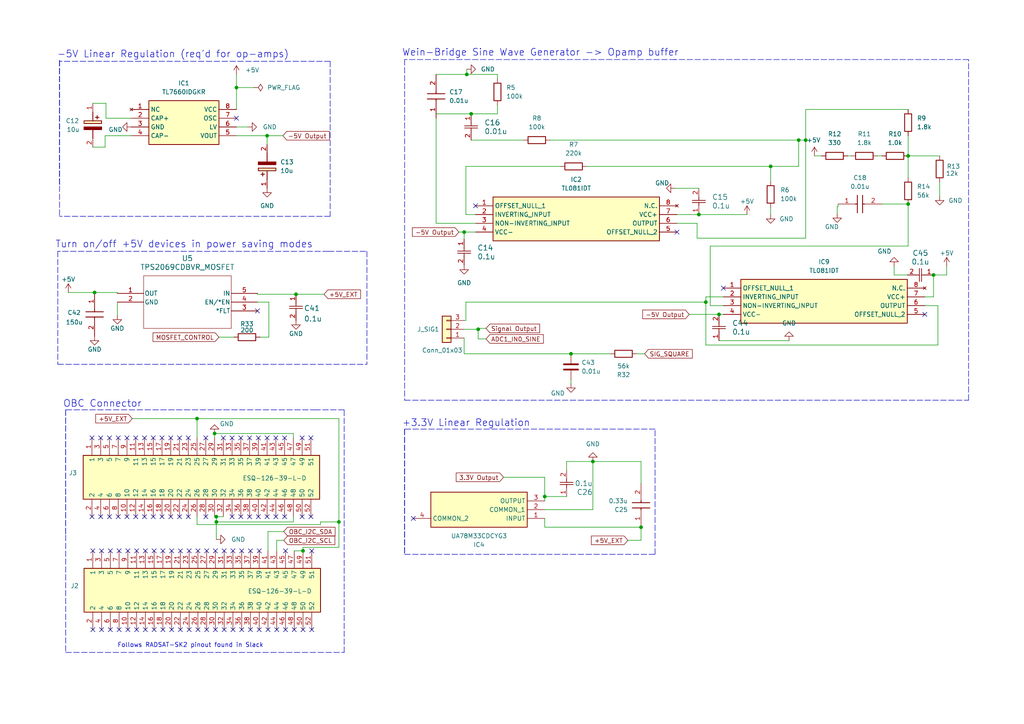
<source format=kicad_sch>
(kicad_sch (version 20231120) (generator "eeschema") (generator_version "8.0")
  (paper "A4")
  (title_block (title "Power and Sine Generator"))
  (lib_symbols
    (symbol "Connector_Generic:Conn_01x03" (pin_names (offset 1.016) hide)
      (property "Reference" "J" (at 0 5.08 0))
      (property "Value" "Conn_01x03" (at 0 -5.08 0))
      (symbol "Conn_01x03_1_1"
        (rectangle (start -1.27 -2.413) (end 0 -2.667) (stroke (width 0.1524)))
        (rectangle (start -1.27 0.127) (end 0 -0.127) (stroke (width 0.1524)))
        (rectangle (start -1.27 2.667) (end 0 2.413) (stroke (width 0.1524)))
        (rectangle (start -1.27 3.81) (end 1.27 -3.81) (stroke (width 0.254)) (fill (type background)))
        (pin passive line (at -5.08 2.54 0) (length 3.81) (name "Pin_1") (number "1"))
        (pin passive line (at -5.08 0 0) (length 3.81) (name "Pin_2") (number "2"))
        (pin passive line (at -5.08 -2.54 0) (length 3.81) (name "Pin_3") (number "3"))
      )
    )
    (symbol "Device:C" (pin_numbers hide) (pin_names (offset 0.254))
      (property "Reference" "C" (at 0.635 2.54 0))
      (property "Value" "C" (at 0.635 -2.54 0))
      (symbol "C_0_1"
        (polyline (pts (xy -2.032 -0.762) (xy 2.032 -0.762)) (stroke (width 0.508)))
        (polyline (pts (xy -2.032 0.762) (xy 2.032 0.762)) (stroke (width 0.508)))
      )
      (symbol "C_1_1"
        (pin passive line (at 0 3.81 270) (length 2.794) (name "~") (number "1"))
        (pin passive line (at 0 -3.81 90) (length 2.794) (name "~") (number "2"))
      )
    )
    (symbol "Device:R" (pin_numbers hide) (pin_names (offset 0))
      (property "Reference" "R" (at 2.032 0 90))
      (property "Value" "R" (at 0 0 90))
      (symbol "R_0_1"
        (rectangle (start -1.016 -2.54) (end 1.016 2.54) (stroke (width 0.254)))
      )
      (symbol "R_1_1"
        (pin passive line (at 0 3.81 270) (length 1.27) (name "~") (number "1"))
        (pin passive line (at 0 -3.81 90) (length 1.27) (name "~") (number "2"))
      )
    )
    (symbol "capstone:C0805C103F5GACTU" (pin_names hide)
      (property "Reference" "C" (at 8.89 6.35 0))
      (property "Value" "C0805C103F5GACTU" (at 8.89 3.81 0))
      (symbol "C0805C103F5GACTU_1_1"
        (polyline (pts (xy 5.08 0) (xy 5.588 0)) (stroke (width 0.254)))
        (polyline (pts (xy 5.588 2.54) (xy 5.588 -2.54)) (stroke (width 0.254)))
        (polyline (pts (xy 7.112 0) (xy 7.62 0)) (stroke (width 0.254)))
        (polyline (pts (xy 7.112 2.54) (xy 7.112 -2.54)) (stroke (width 0.254)))
        (pin passive line (at 0 0 0) (length 5.08) (name "1") (number "1"))
        (pin passive line (at 12.7 0 180) (length 5.08) (name "2") (number "2"))
      )
    )
    (symbol "capstone:C0805C104K5RAC7210" (pin_names (offset 0.254))
      (property "Reference" "C" (at 3.81 3.81 0))
      (property "Value" "C0805C104K5RAC7210" (at 3.81 -3.81 0))
      (symbol "C0805C104K5RAC7210_1_1"
        (polyline (pts (xy 2.54 0) (xy 3.4798 0)) (stroke (width 0.2032)))
        (polyline (pts (xy 3.4798 -1.905) (xy 3.4798 1.905)) (stroke (width 0.2032)))
        (polyline (pts (xy 4.1148 -1.905) (xy 4.1148 1.905)) (stroke (width 0.2032)))
        (polyline (pts (xy 4.1148 0) (xy 5.08 0)) (stroke (width 0.2032)))
        (pin unspecified line (at 0 0 0) (length 2.54) (name "") (number "1"))
        (pin unspecified line (at 7.62 0 180) (length 2.54) (name "") (number "2"))
      )
      (symbol "C0805C104K5RAC7210_1_2"
        (polyline (pts (xy -1.905 -4.1148) (xy 1.905 -4.1148)) (stroke (width 0.2032)))
        (polyline (pts (xy -1.905 -3.4798) (xy 1.905 -3.4798)) (stroke (width 0.2032)))
        (polyline (pts (xy 0 -4.1148) (xy 0 -5.08)) (stroke (width 0.2032)))
        (polyline (pts (xy 0 -2.54) (xy 0 -3.4798)) (stroke (width 0.2032)))
        (pin unspecified line (at 0 0 270) (length 2.54) (name "") (number "1"))
        (pin unspecified line (at 0 -7.62 90) (length 2.54) (name "") (number "2"))
      )
    )
    (symbol "capstone:C0805C334K3RACAUTO7210" (pin_names hide)
      (property "Reference" "C" (at 8.89 6.35 0))
      (property "Value" "0.33u" (at 8.89 3.81 0))
      (symbol "C0805C334K3RACAUTO7210_1_1"
        (polyline (pts (xy 5.08 0) (xy 5.588 0)) (stroke (width 0.254)))
        (polyline (pts (xy 5.588 2.54) (xy 5.588 -2.54)) (stroke (width 0.254)))
        (polyline (pts (xy 7.112 0) (xy 7.62 0)) (stroke (width 0.254)))
        (polyline (pts (xy 7.112 2.54) (xy 7.112 -2.54)) (stroke (width 0.254)))
        (pin passive line (at 0 0 0) (length 5.08) (name "1") (number "1"))
        (pin passive line (at 12.7 0 180) (length 5.08) (name "2") (number "2"))
      )
    )
    (symbol "capstone:CL32A157MQVNNNE_150u" (pin_names hide)
      (property "Reference" "C" (at 8.89 6.35 0))
      (property "Value" "CL32A157MQVNNNE_150u" (at 8.89 3.81 0))
      (symbol "CL32A157MQVNNNE_150u_1_1"
        (polyline (pts (xy 5.08 0) (xy 5.588 0)) (stroke (width 0.254)))
        (polyline (pts (xy 5.588 2.54) (xy 5.588 -2.54)) (stroke (width 0.254)))
        (polyline (pts (xy 7.112 0) (xy 7.62 0)) (stroke (width 0.254)))
        (polyline (pts (xy 7.112 2.54) (xy 7.112 -2.54)) (stroke (width 0.254)))
        (pin passive line (at 0 0 0) (length 5.08) (name "1") (number "1"))
        (pin passive line (at 12.7 0 180) (length 5.08) (name "2") (number "2"))
      )
    )
    (symbol "capstone:ESQ-126-39-L-D"
      (property "Reference" "J" (at 19.05 7.62 0))
      (property "Value" "ESQ-126-39-L-D" (at 19.05 5.08 0))
      (symbol "ESQ-126-39-L-D_1_1"
        (rectangle (start 5.08 2.54) (end 17.78 -66.04) (stroke (width 0.254)) (fill (type background)))
        (pin passive line (at 0 -63.5 0) (length 5.08) (name "1") (number "1"))
        (pin passive line (at 22.86 -53.34 180) (length 5.08) (name "10") (number "10"))
        (pin passive line (at 0 -50.8 0) (length 5.08) (name "11") (number "11"))
        (pin passive line (at 22.86 -50.8 180) (length 5.08) (name "12") (number "12"))
        (pin passive line (at 0 -48.26 0) (length 5.08) (name "13") (number "13"))
        (pin passive line (at 22.86 -48.26 180) (length 5.08) (name "14") (number "14"))
        (pin passive line (at 0 -45.72 0) (length 5.08) (name "15") (number "15"))
        (pin passive line (at 22.86 -45.72 180) (length 5.08) (name "16") (number "16"))
        (pin passive line (at 0 -43.18 0) (length 5.08) (name "17") (number "17"))
        (pin passive line (at 22.86 -43.18 180) (length 5.08) (name "18") (number "18"))
        (pin passive line (at 0 -40.64 0) (length 5.08) (name "19") (number "19"))
        (pin passive line (at 22.86 -63.5 180) (length 5.08) (name "2") (number "2"))
        (pin passive line (at 22.86 -40.64 180) (length 5.08) (name "20") (number "20"))
        (pin passive line (at 0 -38.1 0) (length 5.08) (name "21") (number "21"))
        (pin passive line (at 22.86 -38.1 180) (length 5.08) (name "22") (number "22"))
        (pin passive line (at 0 -35.56 0) (length 5.08) (name "23") (number "23"))
        (pin passive line (at 22.86 -35.56 180) (length 5.08) (name "24") (number "24"))
        (pin passive line (at 0 -33.02 0) (length 5.08) (name "25") (number "25"))
        (pin passive line (at 22.86 -33.02 180) (length 5.08) (name "26") (number "26"))
        (pin passive line (at 0 -30.48 0) (length 5.08) (name "27") (number "27"))
        (pin passive line (at 22.86 -30.48 180) (length 5.08) (name "28") (number "28"))
        (pin passive line (at 0 -27.94 0) (length 5.08) (name "29") (number "29"))
        (pin passive line (at 0 -60.96 0) (length 5.08) (name "3") (number "3"))
        (pin passive line (at 22.86 -27.94 180) (length 5.08) (name "30") (number "30"))
        (pin passive line (at 0 -25.4 0) (length 5.08) (name "31") (number "31"))
        (pin passive line (at 22.86 -25.4 180) (length 5.08) (name "32") (number "32"))
        (pin passive line (at 0 -22.86 0) (length 5.08) (name "33") (number "33"))
        (pin passive line (at 22.86 -22.86 180) (length 5.08) (name "34") (number "34"))
        (pin passive line (at 0 -20.32 0) (length 5.08) (name "35") (number "35"))
        (pin passive line (at 22.86 -20.32 180) (length 5.08) (name "36") (number "36"))
        (pin passive line (at 0 -17.78 0) (length 5.08) (name "37") (number "37"))
        (pin passive line (at 22.86 -17.78 180) (length 5.08) (name "38") (number "38"))
        (pin passive line (at 0 -15.24 0) (length 5.08) (name "39") (number "39"))
        (pin passive line (at 22.86 -60.96 180) (length 5.08) (name "4") (number "4"))
        (pin passive line (at 22.86 -15.24 180) (length 5.08) (name "40") (number "40"))
        (pin passive line (at 0 -12.7 0) (length 5.08) (name "41") (number "41"))
        (pin passive line (at 22.86 -12.7 180) (length 5.08) (name "42") (number "42"))
        (pin passive line (at 0 -10.16 0) (length 5.08) (name "43") (number "43"))
        (pin passive line (at 22.86 -10.16 180) (length 5.08) (name "44") (number "44"))
        (pin passive line (at 0 -7.62 0) (length 5.08) (name "45") (number "45"))
        (pin passive line (at 22.86 -7.62 180) (length 5.08) (name "46") (number "46"))
        (pin passive line (at 0 -5.08 0) (length 5.08) (name "47") (number "47"))
        (pin passive line (at 22.86 -5.08 180) (length 5.08) (name "48") (number "48"))
        (pin passive line (at 0 -2.54 0) (length 5.08) (name "49") (number "49"))
        (pin passive line (at 0 -58.42 0) (length 5.08) (name "5") (number "5"))
        (pin passive line (at 22.86 -2.54 180) (length 5.08) (name "50") (number "50"))
        (pin passive line (at 0 0 0) (length 5.08) (name "51") (number "51"))
        (pin passive line (at 22.86 0 180) (length 5.08) (name "52") (number "52"))
        (pin passive line (at 22.86 -58.42 180) (length 5.08) (name "6") (number "6"))
        (pin passive line (at 0 -55.88 0) (length 5.08) (name "7") (number "7"))
        (pin passive line (at 22.86 -55.88 180) (length 5.08) (name "8") (number "8"))
        (pin passive line (at 0 -53.34 0) (length 5.08) (name "9") (number "9"))
      )
    )
    (symbol "capstone:T495D106K035ATE300" (pin_names hide)
      (property "Reference" "C" (at 8.89 6.35 0))
      (property "Value" "T495D106K035ATE300" (at 8.89 3.81 0))
      (symbol "T495D106K035ATE300_1_1"
        (polyline (pts (xy 2.54 0) (xy 5.08 0)) (stroke (width 0.254)))
        (polyline (pts (xy 4.064 1.778) (xy 4.064 0.762)) (stroke (width 0.254)))
        (polyline (pts (xy 4.572 1.27) (xy 3.556 1.27)) (stroke (width 0.254)))
        (polyline (pts (xy 7.62 0) (xy 10.16 0)) (stroke (width 0.254)))
        (polyline (pts (xy 7.62 2.54) (xy 7.62 -2.54) (xy 6.858 -2.54) (xy 6.858 2.54) (xy 7.62 2.54)) (stroke (width 0.254)) (fill (type outline)))
        (rectangle (start 5.08 2.54) (end 5.842 -2.54) (stroke (width 0.254)) (fill (type background)))
        (pin passive line (at 0 0 0) (length 2.54) (name "+") (number "1"))
        (pin passive line (at 12.7 0 180) (length 2.54) (name "-") (number "2"))
      )
    )
    (symbol "capstone:TL081IDT"
      (property "Reference" "IC" (at 54.61 7.62 0))
      (property "Value" "TL081IDT" (at 54.61 5.08 0))
      (symbol "TL081IDT_1_1"
        (rectangle (start 5.08 2.54) (end 53.34 -10.16) (stroke (width 0.254)) (fill (type background)))
        (pin passive line (at 0 0 0) (length 5.08) (name "OFFSET_NULL_1") (number "1"))
        (pin passive line (at 0 -2.54 0) (length 5.08) (name "INVERTING_INPUT") (number "2"))
        (pin passive line (at 0 -5.08 0) (length 5.08) (name "NON-INVERTING_INPUT") (number "3"))
        (pin passive line (at 0 -7.62 0) (length 5.08) (name "VCC-") (number "4"))
        (pin passive line (at 58.42 -7.62 180) (length 5.08) (name "OFFSET_NULL_2") (number "5"))
        (pin passive line (at 58.42 -5.08 180) (length 5.08) (name "OUTPUT") (number "6"))
        (pin passive line (at 58.42 -2.54 180) (length 5.08) (name "VCC+") (number "7"))
        (pin no_connect line (at 58.42 0 180) (length 5.08) (name "N.C.") (number "8"))
      )
    )
    (symbol "capstone:TL7660IDGKR"
      (property "Reference" "IC" (at 26.67 7.62 0))
      (property "Value" "TL7660IDGKR" (at 26.67 5.08 0))
      (symbol "TL7660IDGKR_1_1"
        (rectangle (start 5.08 2.54) (end 25.4 -10.16) (stroke (width 0.254)) (fill (type background)))
        (pin no_connect line (at 0 0 0) (length 5.08) (name "NC") (number "1"))
        (pin passive line (at 0 -2.54 0) (length 5.08) (name "CAP+") (number "2"))
        (pin passive line (at 0 -5.08 0) (length 5.08) (name "GND") (number "3"))
        (pin passive line (at 0 -7.62 0) (length 5.08) (name "CAP-") (number "4"))
        (pin passive line (at 30.48 -7.62 180) (length 5.08) (name "VOUT") (number "5"))
        (pin passive line (at 30.48 -5.08 180) (length 5.08) (name "LV") (number "6"))
        (pin passive line (at 30.48 -2.54 180) (length 5.08) (name "OSC") (number "7"))
        (pin passive line (at 30.48 0 180) (length 5.08) (name "VCC") (number "8"))
      )
    )
    (symbol "capstone:TPS2069CDBVR_MF" (pin_names (offset 0.254))
      (property "Reference" "U" (at 20.32 10.16 0))
      (property "Value" "TPS2069CDBVR_MF" (at 20.32 7.62 0))
      (symbol "TPS2069CDBVR_MF_0_1"
        (polyline (pts (xy 7.62 -10.16) (xy 33.02 -10.16)) (stroke (width 0.127)))
        (polyline (pts (xy 7.62 5.08) (xy 7.62 -10.16)) (stroke (width 0.127)))
        (polyline (pts (xy 33.02 -10.16) (xy 33.02 5.08)) (stroke (width 0.127)))
        (polyline (pts (xy 33.02 5.08) (xy 7.62 5.08)) (stroke (width 0.127)))
        (pin output line (at 0 0 0) (length 7.62) (name "OUT") (number "1"))
        (pin power_in line (at 0 -2.54 0) (length 7.62) (name "GND") (number "2"))
        (pin output line (at 40.64 -5.08 180) (length 7.62) (name "*FLT") (number "3"))
        (pin input line (at 40.64 -2.54 180) (length 7.62) (name "EN/*EN") (number "4"))
        (pin input line (at 40.64 0 180) (length 7.62) (name "IN") (number "5"))
      )
    )
    (symbol "capstone:UA78M33CDCYG3"
      (property "Reference" "IC" (at 34.29 7.62 0))
      (property "Value" "UA78M33CDCYG3" (at 34.29 5.08 0))
      (symbol "UA78M33CDCYG3_1_1"
        (rectangle (start 5.08 2.54) (end 33.02 -7.62) (stroke (width 0.254)) (fill (type background)))
        (pin passive line (at 0 0 0) (length 5.08) (name "INPUT") (number "1"))
        (pin passive line (at 0 -2.54 0) (length 5.08) (name "COMMON_1") (number "2"))
        (pin passive line (at 0 -5.08 0) (length 5.08) (name "OUTPUT") (number "3"))
        (pin passive line (at 38.1 0 180) (length 5.08) (name "COMMON_2") (number "4"))
      )
    )
    (symbol "power:+5V" (power) (pin_names (offset 0))
      (property "Value" "+5V" (at 0 3.556 0))
      (symbol "+5V_0_1"
        (polyline (pts (xy -0.762 1.27) (xy 0 2.54)))
        (polyline (pts (xy 0 0) (xy 0 2.54)))
        (polyline (pts (xy 0 2.54) (xy 0.762 1.27)))
      )
      (symbol "+5V_1_1"
        (pin power_in line (at 0 0 90) (length 0) hide (name "+5V") (number "1"))
      )
    )
    (symbol "power:GND" (power) (pin_names (offset 0))
      (property "Value" "GND" (at 0 -3.81 0))
      (symbol "GND_0_1"
        (polyline (pts (xy 0 0) (xy 0 -1.27) (xy 1.27 -1.27) (xy 0 -2.54) (xy -1.27 -1.27) (xy 0 -1.27)))
      )
      (symbol "GND_1_1"
        (pin power_in line (at 0 0 270) (length 0) hide (name "GND") (number "1"))
      )
    )
    (symbol "power:PWR_FLAG" (power) (pin_numbers hide) (pin_names (offset 0) hide)
      (property "Value" "PWR_FLAG" (at 0 3.81 0))
      (symbol "PWR_FLAG_0_0"
        (pin power_out line (at 0 0 90) (length 0) (name "pwr") (number "1"))
      )
      (symbol "PWR_FLAG_0_1"
        (polyline (pts (xy 0 0) (xy 0 1.27) (xy -1.016 1.905) (xy 0 2.54) (xy 1.016 1.905) (xy 0 1.27)))
      )
    )
  )
  (junction (at 134.62 67.31))
  (junction (at 231.648 40.64))
  (junction (at 62.738 151.384))
  (junction (at 136.652 33.02))
  (junction (at 263.398 45.212))
  (junction (at 185.928 152.908))
  (junction (at 223.52 48.26))
  (junction (at 68.58 25.4))
  (junction (at 233.68 40.64))
  (junction (at 208.534 91.186))
  (junction (at 98.298 151.384))
  (junction (at 263.398 59.182))
  (junction (at 62.23 125.73))
  (junction (at 171.958 133.858))
  (junction (at 270.764 79.756))
  (junction (at 62.738 149.86))
  (junction (at 204.724 87.63))
  (junction (at 157.988 144.018))
  (junction (at 87.884 159.766))
  (junction (at 77.47 39.37))
  (junction (at 27.432 84.836))
  (junction (at 138.684 95.504))
  (junction (at 135.382 21.59))
  (junction (at 165.608 102.616))
  (junction (at 85.852 85.344))
  (junction (at 202.692 62.23))
  (junction (at 57.15 121.412))
  (no_connect (at 85.344 182.626))
  (no_connect (at 54.864 159.766))
  (no_connect (at 52.07 127))
  (no_connect (at 90.17 127))
  (no_connect (at 119.888 150.368))
  (no_connect (at 36.83 149.86))
  (no_connect (at 77.47 149.86))
  (no_connect (at 59.69 127))
  (no_connect (at 82.55 127))
  (no_connect (at 87.63 127))
  (no_connect (at 67.31 127))
  (no_connect (at 57.404 182.626))
  (no_connect (at 26.924 159.766))
  (no_connect (at 59.69 149.86))
  (no_connect (at 69.85 149.86))
  (no_connect (at 80.264 182.626))
  (no_connect (at 39.624 159.766))
  (no_connect (at 49.53 127))
  (no_connect (at 90.424 182.626))
  (no_connect (at 44.45 127))
  (no_connect (at 52.07 149.86))
  (no_connect (at 54.61 127))
  (no_connect (at 74.93 127))
  (no_connect (at 26.67 149.86))
  (no_connect (at 37.084 159.766))
  (no_connect (at 80.01 149.86))
  (no_connect (at 42.164 159.766))
  (no_connect (at 54.864 182.626))
  (no_connect (at 54.61 149.86))
  (no_connect (at 69.85 127))
  (no_connect (at 46.99 127))
  (no_connect (at 67.31 149.86))
  (no_connect (at 34.544 182.626))
  (no_connect (at 39.624 182.626))
  (no_connect (at 62.484 182.626))
  (no_connect (at 39.37 127))
  (no_connect (at 52.324 182.626))
  (no_connect (at 62.484 159.766))
  (no_connect (at 59.944 182.626))
  (no_connect (at 196.342 67.31))
  (no_connect (at 29.21 127))
  (no_connect (at 209.804 83.566))
  (no_connect (at 42.164 182.626))
  (no_connect (at 82.55 149.86))
  (no_connect (at 80.01 127))
  (no_connect (at 31.75 127))
  (no_connect (at 26.67 127))
  (no_connect (at 29.21 149.86))
  (no_connect (at 47.244 159.766))
  (no_connect (at 32.004 159.766))
  (no_connect (at 70.104 182.626))
  (no_connect (at 34.544 159.766))
  (no_connect (at 64.77 127))
  (no_connect (at 57.404 159.766))
  (no_connect (at 36.83 127))
  (no_connect (at 52.324 159.766))
  (no_connect (at 44.704 159.766))
  (no_connect (at 74.93 149.86))
  (no_connect (at 37.084 182.626))
  (no_connect (at 49.784 182.626))
  (no_connect (at 59.944 159.766))
  (no_connect (at 72.39 127))
  (no_connect (at 72.39 149.86))
  (no_connect (at 72.644 182.626))
  (no_connect (at 44.45 149.86))
  (no_connect (at 49.53 149.86))
  (no_connect (at 90.17 149.86))
  (no_connect (at 68.58 34.29))
  (no_connect (at 87.63 149.86))
  (no_connect (at 29.464 159.766))
  (no_connect (at 67.564 159.766))
  (no_connect (at 70.104 159.766))
  (no_connect (at 137.922 59.69))
  (no_connect (at 39.37 149.86))
  (no_connect (at 41.91 149.86))
  (no_connect (at 49.784 159.766))
  (no_connect (at 47.244 182.626))
  (no_connect (at 34.29 149.86))
  (no_connect (at 32.004 182.626))
  (no_connect (at 75.184 182.626))
  (no_connect (at 77.724 182.626))
  (no_connect (at 82.804 159.766))
  (no_connect (at 72.644 159.766))
  (no_connect (at 41.91 127))
  (no_connect (at 65.024 182.626))
  (no_connect (at 75.184 159.766))
  (no_connect (at 31.75 149.86))
  (no_connect (at 77.47 127))
  (no_connect (at 90.424 159.766))
  (no_connect (at 74.676 90.17))
  (no_connect (at 65.024 159.766))
  (no_connect (at 268.224 91.186))
  (no_connect (at 87.884 182.626))
  (no_connect (at 34.29 127))
  (no_connect (at 67.564 182.626))
  (no_connect (at 26.924 182.626))
  (no_connect (at 29.464 182.626))
  (no_connect (at 82.804 182.626))
  (no_connect (at 46.99 149.86))
  (no_connect (at 44.704 182.626))
  (wire (pts (xy 30.48 39.37) (xy 38.1 39.37)))
  (wire (pts (xy 157.988 144.018) (xy 157.988 145.288)))
  (polyline (pts (xy 95.758 62.738) (xy 17.272 62.738)) (stroke (width 0) (type dash)))
  (wire (pts (xy 126.492 33.02) (xy 136.652 33.02)))
  (wire (pts (xy 185.928 152.908) (xy 157.988 152.908)))
  (polyline (pts (xy 106.426 72.898) (xy 106.426 105.664)) (stroke (width 0) (type dash)))
  (polyline (pts (xy 99.822 189.23) (xy 99.822 118.872)) (stroke (width 0) (type dash)))
  (polyline (pts (xy 91.694 118.872) (xy 19.05 118.872)) (stroke (width 0) (type dash)))
  (polyline (pts (xy 189.992 160.782) (xy 189.992 124.46)) (stroke (width 0) (type dash)))
  (wire (pts (xy 98.298 151.384) (xy 92.964 151.384)))
  (wire (pts (xy 144.272 33.02) (xy 144.272 30.48)))
  (wire (pts (xy 157.988 152.908) (xy 157.988 150.368)))
  (wire (pts (xy 255.778 59.182) (xy 263.398 59.182)))
  (wire (pts (xy 73.66 25.4) (xy 68.58 25.4)))
  (wire (pts (xy 19.812 84.836) (xy 27.432 84.836)))
  (polyline (pts (xy 117.348 17.272) (xy 117.348 116.078)) (stroke (width 0) (type dash)))
  (wire (pts (xy 202.184 64.77) (xy 196.342 64.77)))
  (wire (pts (xy 259.334 79.756) (xy 259.334 77.216)))
  (wire (pts (xy 62.23 125.73) (xy 62.23 127)))
  (wire (pts (xy 77.47 39.37) (xy 82.042 39.37)))
  (wire (pts (xy 98.298 151.384) (xy 98.298 121.412)))
  (wire (pts (xy 62.23 125.73) (xy 85.09 125.73)))
  (wire (pts (xy 177.038 102.616) (xy 165.608 102.616)))
  (wire (pts (xy 38.1 34.29) (xy 30.734 34.29)))
  (polyline (pts (xy 17.272 62.484) (xy 17.272 53.34)) (stroke (width 0) (type dash)))
  (wire (pts (xy 164.338 133.858) (xy 171.958 133.858)))
  (wire (pts (xy 87.884 158.75) (xy 98.298 158.75)))
  (wire (pts (xy 209.804 86.106) (xy 204.724 86.106)))
  (wire (pts (xy 62.738 151.384) (xy 85.09 151.384)))
  (wire (pts (xy 134.62 102.616) (xy 134.62 98.044)))
  (wire (pts (xy 170.18 48.26) (xy 223.52 48.26)))
  (wire (pts (xy 57.15 152.146) (xy 57.15 149.86)))
  (wire (pts (xy 208.534 98.806) (xy 228.854 98.806)))
  (wire (pts (xy 85.09 127) (xy 85.09 125.73)))
  (polyline (pts (xy 195.834 17.272) (xy 117.348 17.272)) (stroke (width 0) (type dash)))
  (wire (pts (xy 57.15 152.146) (xy 92.964 152.146)))
  (wire (pts (xy 74.676 85.344) (xy 74.676 85.09)))
  (wire (pts (xy 57.15 121.412) (xy 57.15 127)))
  (wire (pts (xy 231.648 40.64) (xy 231.648 48.26)))
  (wire (pts (xy 270.764 79.756) (xy 270.764 86.106)))
  (wire (pts (xy 135.382 20.066) (xy 135.382 21.59)))
  (wire (pts (xy 171.958 133.858) (xy 171.958 147.828)))
  (polyline (pts (xy 17.272 17.526) (xy 17.272 53.848)) (stroke (width 0) (type dash)))
  (wire (pts (xy 85.344 159.766) (xy 87.884 159.766)))
  (wire (pts (xy 159.512 40.64) (xy 231.648 40.64)))
  (wire (pts (xy 263.398 45.212) (xy 272.542 45.212)))
  (wire (pts (xy 77.978 87.63) (xy 74.676 87.63)))
  (wire (pts (xy 233.68 69.088) (xy 233.68 40.64)))
  (wire (pts (xy 34.036 91.44) (xy 34.036 87.63)))
  (wire (pts (xy 62.738 149.86) (xy 64.77 149.86)))
  (wire (pts (xy 238.252 45.212) (xy 236.22 45.212)))
  (wire (pts (xy 223.52 48.26) (xy 231.648 48.26)))
  (wire (pts (xy 27.432 84.836) (xy 34.036 84.836)))
  (wire (pts (xy 85.852 85.344) (xy 74.676 85.344)))
  (wire (pts (xy 204.724 87.63) (xy 204.724 100.076)))
  (wire (pts (xy 205.994 71.374) (xy 205.994 88.646)))
  (polyline (pts (xy 99.822 118.872) (xy 91.694 118.872)) (stroke (width 0) (type dash)))
  (wire (pts (xy 274.574 79.756) (xy 270.764 79.756)))
  (wire (pts (xy 71.882 36.83) (xy 68.58 36.83)))
  (wire (pts (xy 87.884 159.766) (xy 87.884 158.75)))
  (wire (pts (xy 223.52 60.198) (xy 223.52 62.23)))
  (wire (pts (xy 80.264 156.718) (xy 80.264 159.766)))
  (polyline (pts (xy 95.758 17.78) (xy 17.272 17.78)) (stroke (width 0) (type dash)))
  (wire (pts (xy 138.684 95.25) (xy 140.97 95.25)))
  (wire (pts (xy 205.994 88.646) (xy 209.804 88.646)))
  (polyline (pts (xy 16.764 105.664) (xy 106.426 105.664)) (stroke (width 0) (type dash)))
  (polyline (pts (xy 95.758 17.78) (xy 95.758 62.738)) (stroke (width 0) (type dash)))
  (wire (pts (xy 263.398 71.374) (xy 263.398 59.182)))
  (wire (pts (xy 223.52 48.26) (xy 223.52 52.578)))
  (wire (pts (xy 195.834 54.61) (xy 202.692 54.61)))
  (wire (pts (xy 135.382 21.59) (xy 144.272 21.59)))
  (wire (pts (xy 157.988 144.018) (xy 157.988 138.43)))
  (wire (pts (xy 263.398 45.212) (xy 263.398 51.562)))
  (wire (pts (xy 30.734 29.972) (xy 26.924 29.972)))
  (wire (pts (xy 135.128 48.26) (xy 135.128 62.23)))
  (wire (pts (xy 30.48 42.672) (xy 30.48 39.37)))
  (wire (pts (xy 233.68 31.75) (xy 263.398 31.75)))
  (wire (pts (xy 34.036 84.836) (xy 34.036 85.09)))
  (wire (pts (xy 98.298 158.75) (xy 98.298 151.384)))
  (wire (pts (xy 242.824 59.944) (xy 243.078 59.944)))
  (wire (pts (xy 134.62 102.616) (xy 165.608 102.616)))
  (polyline (pts (xy 19.05 118.872) (xy 19.05 155.194)) (stroke (width 0) (type dash)))
  (wire (pts (xy 202.692 62.23) (xy 216.662 62.23)))
  (wire (pts (xy 205.994 71.374) (xy 263.398 71.374)))
  (polyline (pts (xy 189.992 124.46) (xy 117.348 124.46)) (stroke (width 0) (type dash)))
  (wire (pts (xy 204.724 87.63) (xy 135.128 87.63)))
  (wire (pts (xy 85.852 85.344) (xy 93.98 85.344)))
  (wire (pts (xy 254.508 45.212) (xy 255.778 45.212)))
  (wire (pts (xy 263.144 79.756) (xy 259.334 79.756)))
  (polyline (pts (xy 117.348 116.078) (xy 280.924 116.078)) (stroke (width 0) (type dash)))
  (wire (pts (xy 140.97 98.298) (xy 138.684 98.298)))
  (wire (pts (xy 138.684 95.504) (xy 138.684 98.298)))
  (polyline (pts (xy 16.764 72.898) (xy 16.764 105.664)) (stroke (width 0) (type dash)))
  (wire (pts (xy 272.542 52.832) (xy 272.542 56.896)))
  (polyline (pts (xy 95.25 72.898) (xy 16.764 72.898)) (stroke (width 0) (type dash)))
  (wire (pts (xy 202.184 69.088) (xy 233.68 69.088)))
  (wire (pts (xy 164.338 144.018) (xy 157.988 144.018)))
  (wire (pts (xy 274.574 77.216) (xy 274.574 79.756)))
  (wire (pts (xy 204.724 86.106) (xy 204.724 87.63)))
  (wire (pts (xy 133.096 67.31) (xy 134.62 67.31)))
  (wire (pts (xy 243.078 59.944) (xy 243.078 59.182)))
  (wire (pts (xy 77.47 39.37) (xy 77.47 41.91)))
  (wire (pts (xy 68.58 25.4) (xy 68.58 31.75)))
  (wire (pts (xy 202.184 69.088) (xy 202.184 64.77)))
  (polyline (pts (xy 117.348 124.46) (xy 117.348 160.782)) (stroke (width 0) (type dash)))
  (polyline (pts (xy 19.05 189.23) (xy 99.822 189.23)) (stroke (width 0) (type dash)))
  (wire (pts (xy 164.338 136.398) (xy 164.338 133.858)))
  (wire (pts (xy 68.58 21.59) (xy 68.58 25.4)))
  (wire (pts (xy 185.928 140.208) (xy 185.928 133.858)))
  (wire (pts (xy 30.734 34.29) (xy 30.734 29.972)))
  (wire (pts (xy 77.724 154.178) (xy 82.296 154.178)))
  (wire (pts (xy 231.648 40.64) (xy 233.68 40.64)))
  (wire (pts (xy 38.354 121.412) (xy 57.15 121.412)))
  (wire (pts (xy 126.492 21.59) (xy 135.382 21.59)))
  (wire (pts (xy 268.224 88.646) (xy 272.034 88.646)))
  (wire (pts (xy 26.924 42.672) (xy 30.48 42.672)))
  (wire (pts (xy 263.398 39.37) (xy 263.398 45.212)))
  (wire (pts (xy 157.988 138.43) (xy 146.05 138.43)))
  (wire (pts (xy 135.128 92.964) (xy 134.62 92.964)))
  (wire (pts (xy 208.534 91.186) (xy 209.804 91.186)))
  (wire (pts (xy 185.928 133.858) (xy 171.958 133.858)))
  (wire (pts (xy 62.738 151.384) (xy 62.738 156.464)))
  (wire (pts (xy 144.272 21.59) (xy 144.272 22.86)))
  (wire (pts (xy 68.58 39.37) (xy 77.47 39.37)))
  (wire (pts (xy 77.724 154.178) (xy 77.724 159.766)))
  (wire (pts (xy 85.09 149.86) (xy 85.09 151.384)))
  (wire (pts (xy 245.872 45.212) (xy 246.888 45.212)))
  (polyline (pts (xy 19.05 155.194) (xy 19.05 189.23)) (stroke (width 0) (type dash)))
  (wire (pts (xy 184.658 102.616) (xy 186.944 102.616)))
  (wire (pts (xy 270.764 86.106) (xy 268.224 86.106)))
  (wire (pts (xy 136.652 40.64) (xy 151.892 40.64)))
  (wire (pts (xy 185.928 156.718) (xy 185.928 152.908)))
  (wire (pts (xy 171.958 147.828) (xy 157.988 147.828)))
  (wire (pts (xy 135.128 62.23) (xy 137.922 62.23)))
  (wire (pts (xy 77.978 97.79) (xy 77.978 87.63)))
  (polyline (pts (xy 19.05 118.872) (xy 19.05 155.194)) (stroke (width 0) (type dash)))
  (wire (pts (xy 199.898 91.186) (xy 208.534 91.186)))
  (wire (pts (xy 75.438 97.79) (xy 77.978 97.79)))
  (polyline (pts (xy 280.924 17.272) (xy 195.58 17.272)) (stroke (width 0) (type dash)))
  (wire (pts (xy 92.964 152.146) (xy 92.964 151.384)))
  (wire (pts (xy 126.492 64.77) (xy 137.922 64.77)))
  (wire (pts (xy 233.68 40.64) (xy 233.68 31.75)))
  (wire (pts (xy 63.5 97.79) (xy 67.818 97.79)))
  (wire (pts (xy 134.62 95.504) (xy 138.684 95.504)))
  (wire (pts (xy 82.296 156.718) (xy 80.264 156.718)))
  (wire (pts (xy 272.034 88.646) (xy 272.034 100.076)))
  (polyline (pts (xy 95.25 72.898) (xy 106.426 72.898)) (stroke (width 0) (type dash)))
  (wire (pts (xy 136.652 33.02) (xy 144.272 33.02)))
  (polyline (pts (xy 117.348 160.782) (xy 189.992 160.782)) (stroke (width 0) (type dash)))
  (wire (pts (xy 138.684 95.504) (xy 138.684 95.25)))
  (wire (pts (xy 182.118 156.718) (xy 185.928 156.718)))
  (wire (pts (xy 62.23 149.86) (xy 62.738 149.86)))
  (wire (pts (xy 135.128 87.63) (xy 135.128 92.964)))
  (polyline (pts (xy 117.348 124.46) (xy 117.348 160.782)) (stroke (width 0) (type dash)))
  (wire (pts (xy 165.608 111.252) (xy 165.608 110.236)))
  (wire (pts (xy 242.824 61.976) (xy 242.824 59.944)))
  (wire (pts (xy 204.724 100.076) (xy 272.034 100.076)))
  (polyline (pts (xy 280.924 116.078) (xy 280.924 17.272)) (stroke (width 0) (type dash)))
  (wire (pts (xy 134.62 67.31) (xy 137.922 67.31)))
  (wire (pts (xy 196.342 62.23) (xy 202.692 62.23)))
  (polyline (pts (xy 17.272 17.526) (xy 17.272 53.848)) (stroke (width 0) (type dash)))
  (wire (pts (xy 134.62 67.31) (xy 134.62 69.342)))
  (wire (pts (xy 126.492 34.29) (xy 126.492 64.77)))
  (wire (pts (xy 135.128 48.26) (xy 162.56 48.26)))
  (polyline (pts (xy 16.764 105.664) (xy 16.764 105.41)) (stroke (width 0) (type dash)))
  (wire (pts (xy 62.738 149.86) (xy 62.738 151.384)))
  (wire (pts (xy 98.298 121.412) (xy 57.15 121.412)))
  (text "OBC Connector" (at 18.288 118.364 0) (effects (font (size 2 2)) (justify left bottom)))
  (text "+3.3V Linear Regulation" (at 116.586 123.952 0) (effects (font (size 2 2)) (justify left bottom)))
  (text "-5V Linear Regulation (req'd for op-amps)" (at 16.51 17.018 0) (effects (font (size 2 2)) (justify left bottom)))
  (text "Wein-Bridge Sine Wave Generator -> Opamp buffer" (at 116.586 16.51 0) (effects (font (size 2 2)) (justify left bottom)))
  (text "Turn on/off +5V devices in power saving modes" (at 16.002 72.136 0) (effects (font (size 2 2)) (justify left bottom)))
  (text "Follows RADSAT-SK2 pinout found in Slack" (at 34.036 187.96 0) (effects (font (size 1.27 1.27)) (justify left bottom)))
  (global_label "+5V_EXT" (shape input) (at 182.118 156.718 180) (property "Intersheetrefs" "${INTERSHEET_REFS}" (effects (hide yes))))
  (global_label "-5V Output" (shape input) (at 82.042 39.37 0) (property "Intersheetrefs" "${INTERSHEET_REFS}" (effects (hide yes))))
  (global_label "MOSFET_CONTROL" (shape input) (at 63.5 97.79 180) (property "Intersheetrefs" "${INTERSHEET_REFS}" (effects (hide yes))))
  (global_label "+5V_EXT" (shape input) (at 93.98 85.344 0) (property "Intersheetrefs" "${INTERSHEET_REFS}" (effects (hide yes))))
  (global_label "Signal Output" (shape input) (at 140.97 95.25 0) (property "Intersheetrefs" "${INTERSHEET_REFS}" (effects (hide yes))))
  (global_label "OBC_I2C_SDA" (shape input) (at 82.296 154.178 0) (property "Intersheetrefs" "${INTERSHEET_REFS}" (effects (hide yes))))
  (global_label "SIG_SQUARE" (shape input) (at 186.944 102.616 0) (property "Intersheetrefs" "${INTERSHEET_REFS}" (effects (hide yes))))
  (global_label "OBC_I2C_SCL" (shape input) (at 82.296 156.718 0) (property "Intersheetrefs" "${INTERSHEET_REFS}" (effects (hide yes))))
  (global_label "-5V Output" (shape input) (at 133.096 67.31 180) (property "Intersheetrefs" "${INTERSHEET_REFS}" (effects (hide yes))))
  (global_label "+5V_EXT" (shape input) (at 38.354 121.412 180) (property "Intersheetrefs" "${INTERSHEET_REFS}" (effects (hide yes))))
  (global_label "ADC1_IN0_SINE" (shape input) (at 140.97 98.298 0) (property "Intersheetrefs" "${INTERSHEET_REFS}" (effects (hide yes))))
  (global_label "3.3V Output" (shape input) (at 146.05 138.43 180) (property "Intersheetrefs" "${INTERSHEET_REFS}" (effects (hide yes))))
  (global_label "-5V Output" (shape input) (at 199.898 91.186 180) (property "Intersheetrefs" "${INTERSHEET_REFS}" (effects (hide yes))))
  (symbol (lib_id "capstone:T495D106K035ATE300") (at 77.47 54.61 90) (unit 1)
    (property "Reference" "C13" (at 81.28 46.99 90) (effects (justify right)))
    (property "Value" "10u" (at 81.28 49.53 90) (effects (justify right)))
    (property "Footprint" "capstone:T495D" (effects (hide yes)))
    (property "Datasheet" "https://content.kemet.com/datasheets/KEM_T2009_T495.pdf" (effects (hide yes)))
    (property "Height" "3.1" (effects (hide yes)))
    (property "Mouser Part Number" "80-T495D106K035" (effects (hide yes)))
    (property "Mouser Price/Stock" "https://www.mouser.co.uk/ProductDetail/KEMET/T495D106K035ATE300?qs=WGttPWjGnKPjciLyydHM5g%3D%3D" (effects (hide yes)))
    (property "Manufacturer_Name" "KEMET" (effects (hide yes)))
    (property "Manufacturer_Part_Number" "T495D106K035ATE300" (effects (hide yes)))
  )
  (symbol (lib_id "power:GND") (at 135.382 20.066 90) (unit 1)
    (property "Reference" "#PWR025" (effects (hide yes)))
    (property "Value" "GND" (at 139.446 20.066 90) (effects (justify right)))
  )
  (symbol (lib_id "power:+5V") (at 19.812 84.836 0) (unit 1)
    (property "Reference" "#PWR09" (effects (hide yes)))
    (property "Value" "+5V" (at 19.812 81.026 0))
  )
  (symbol (lib_id "Device:R") (at 250.698 45.212 90) (unit 1)
    (property "Reference" "R11" (at 250.698 38.862 90))
    (property "Value" "1.8k" (at 250.698 41.402 90))
    (property "Footprint" "Resistor_SMD:R_0402_1005Metric" (effects (hide yes)))
  )
  (symbol (lib_id "power:GND") (at 62.738 156.464 90) (unit 1)
    (property "Reference" "#PWR014" (effects (hide yes)))
    (property "Value" "GND" (at 67.056 156.464 90) (effects (justify right)))
  )
  (symbol (lib_id "capstone:TL7660IDGKR") (at 38.1 31.75 0) (unit 1)
    (property "Reference" "IC1" (at 53.34 24.13 0))
    (property "Value" "TL7660IDGKR" (at 53.34 26.67 0))
    (property "Footprint" "capstone:SOP65P490X110-8N-actual" (effects (hide yes)))
    (property "Datasheet" "http://www.ti.com/lit/gpn/tl7660" (effects (hide yes)))
    (property "Height" "1.1" (effects (hide yes)))
    (property "Mouser Part Number" "595-TL7660IDGKR" (effects (hide yes)))
    (property "Mouser Price/Stock" "https://www.mouser.co.uk/ProductDetail/Texas-Instruments/TL7660IDGKR?qs=jZi1jxfVU94iT99xcAe44Q%3D%3D" (effects (hide yes)))
    (property "Manufacturer_Name" "Texas Instruments" (effects (hide yes)))
    (property "Manufacturer_Part_Number" "TL7660IDGKR" (effects (hide yes)))
  )
  (symbol (lib_id "Device:R") (at 242.062 45.212 90) (unit 1)
    (property "Reference" "R12" (at 242.062 38.862 90))
    (property "Value" "330" (at 242.062 41.402 90))
    (property "Footprint" "Resistor_SMD:R_0402_1005Metric" (effects (hide yes)))
  )
  (symbol (lib_id "capstone:TL081IDT") (at 137.922 59.69 0) (unit 1)
    (property "Reference" "IC2" (at 167.132 52.07 0))
    (property "Value" "TL081IDT" (at 167.132 54.61 0))
    (property "Footprint" "capstone:SOIC127P600X175-8N" (effects (hide yes)))
    (property "Datasheet" "https://www.st.com/resource/en/datasheet/tl081.pdf" (effects (hide yes)))
    (property "Height" "1.75" (effects (hide yes)))
    (property "Mouser Part Number" "511-TL081IDT" (effects (hide yes)))
    (property "Mouser Price/Stock" "https://www.mouser.co.uk/ProductDetail/STMicroelectronics/TL081IDT?qs=bSgnN8sgHFad67VsEbCtLw%3D%3D" (effects (hide yes)))
    (property "Manufacturer_Name" "STMicroelectronics" (effects (hide yes)))
    (property "Manufacturer_Part_Number" "TL081IDT" (effects (hide yes)))
  )
  (symbol (lib_id "capstone:ESQ-126-39-L-D") (at 90.424 159.766 270) (unit 1)
    (property "Reference" "J2" (at 22.86 169.926 90) (effects (justify right)))
    (property "Value" "ESQ-126-39-L-D" (at 90.424 171.45 90) (effects (justify right)))
    (property "Footprint" "capstone:ESQ-126-Y-X-D" (effects (hide yes)))
    (property "Datasheet" "http://suddendocs.samtec.com/prints/esq-1xx-xx-x-x-xxx-xx-x-xx-mkt.pdf" (effects (hide yes)))
    (property "Mouser Part Number" "200-ESQ12639LD" (effects (hide yes)))
    (property "Mouser Price/Stock" "https://www.mouser.co.uk/ProductDetail/Samtec/ESQ-126-39-L-D?qs=PB6%2FjmICvI0YgG%2FL2yJrnw%3D%3D" (effects (hide yes)))
    (property "Manufacturer_Name" "SAMTEC" (effects (hide yes)))
    (property "Manufacturer_Part_Number" "ESQ-126-39-L-D" (effects (hide yes)))
  )
  (symbol (lib_id "capstone:CL32A157MQVNNNE_150u") (at 27.432 84.836 270) (unit 1)
    (property "Reference" "C42" (at 19.558 90.678 90) (effects (justify left)))
    (property "Value" "150u" (at 19.05 93.472 90) (effects (justify left)))
    (property "Footprint" "capstone:CAPC3225X280N_150U" (effects (hide yes)))
    (property "Datasheet" "https://octopart.com/datasheet/cl32a157mqvnnne-samsung-24958626" (effects (hide yes)))
    (property "Height" "2.8" (effects (hide yes)))
    (property "Mouser Part Number" "187-CL32A157MQVNNNE" (effects (hide yes)))
    (property "Mouser Price/Stock" "https://www.mouser.co.uk/ProductDetail/Samsung-Electro-Mechanics/CL32A157MQVNNNE?qs=o1waKiAPAqeOsXqB2m5tpw%3D%3D" (effects (hide yes)))
    (property "Manufacturer_Name" "SAMSUNG" (effects (hide yes)))
    (property "Manufacturer_Part_Number" "CL32A157MQVNNNE" (effects (hide yes)))
  )
  (symbol (lib_id "Device:R") (at 71.628 97.79 90) (unit 1)
    (property "Reference" "R33" (at 71.628 93.98 90))
    (property "Value" "200" (at 71.628 95.758 90))
    (property "Footprint" "Resistor_SMD:R_0402_1005Metric" (effects (hide yes)))
  )
  (symbol (lib_id "capstone:C0805C104K5RAC7210") (at 164.338 144.018 90) (unit 1)
    (property "Reference" "C26" (at 171.958 142.748 90) (effects (font (size 1.524 1.524)) (justify left)))
    (property "Value" "0.1u" (at 171.958 140.208 90) (effects (font (size 1.524 1.524)) (justify left)))
    (property "Footprint" "capstone:CAPC220145_88N_KEM-0.1u" (effects (hide yes)))
    (property "Datasheet" "C0805C104K5RAC7210" (effects (hide yes)))
  )
  (symbol (lib_id "power:GND") (at 242.824 61.976 0) (unit 1)
    (property "Reference" "#PWR028" (effects (hide yes)))
    (property "Value" "GND" (at 243.332 65.786 0) (effects (justify right)))
  )
  (symbol (lib_id "power:GND") (at 171.958 133.858 180) (unit 1)
    (property "Reference" "#PWR032" (effects (hide yes)))
    (property "Value" "GND" (at 171.958 128.778 0))
  )
  (symbol (lib_id "capstone:C0805C103F5GACTU") (at 126.492 34.29 90) (unit 1)
    (property "Reference" "C17" (at 130.302 26.67 90) (effects (justify right)))
    (property "Value" "0.01u" (at 130.302 29.21 90) (effects (justify right)))
    (property "Footprint" "capstone:C0805" (effects (hide yes)))
    (property "Datasheet" "https://componentsearchengine.com/Datasheets/1/C0805C103F5GACTU.pdf" (effects (hide yes)))
    (property "Height" "1.1" (effects (hide yes)))
    (property "Mouser Part Number" "80-C0805C103F5G" (effects (hide yes)))
    (property "Manufacturer_Name" "KEMET" (effects (hide yes)))
    (property "Manufacturer_Part_Number" "C0805C103F5GACTU" (effects (hide yes)))
  )
  (symbol (lib_id "capstone:C0805C104K5RAC7210") (at 134.62 69.342 270) (unit 1)
    (property "Reference" "C14" (at 138.43 71.882 90) (effects (font (size 1.524 1.524)) (justify left)))
    (property "Value" "0.1u" (at 138.43 74.422 90) (effects (font (size 1.524 1.524)) (justify left)))
    (property "Footprint" "capstone:CAPC220145_88N_KEM-0.1u" (effects (hide yes)))
    (property "Datasheet" "C0805C104K5RAC7210" (effects (hide yes)))
  )
  (symbol (lib_id "power:PWR_FLAG") (at 73.66 25.4 270) (unit 1)
    (property "Reference" "#FLG05" (effects (hide yes)))
    (property "Value" "PWR_FLAG" (at 77.47 25.4 90) (effects (justify left)))
  )
  (symbol (lib_id "power:GND") (at 62.23 125.73 180) (unit 1)
    (property "Reference" "#PWR035" (effects (hide yes)))
    (property "Value" "GND" (at 65.786 122.936 0))
  )
  (symbol (lib_id "Device:R") (at 144.272 26.67 180) (unit 1)
    (property "Reference" "R5" (at 146.812 25.4 0) (effects (justify right)))
    (property "Value" "100k" (at 146.812 27.94 0) (effects (justify right)))
    (property "Footprint" "Resistor_SMD:R_0402_1005Metric" (effects (hide yes)))
  )
  (symbol (lib_id "Device:R") (at 166.37 48.26 90) (unit 1)
    (property "Reference" "R7" (at 166.37 41.91 90))
    (property "Value" "220k" (at 166.37 44.45 90))
    (property "Footprint" "Resistor_SMD:R_0402_1005Metric" (effects (hide yes)))
  )
  (symbol (lib_id "power:GND") (at 259.334 77.216 180) (unit 1)
    (property "Reference" "#PWR075" (effects (hide yes)))
    (property "Value" "GND" (at 256.54 72.898 0))
  )
  (symbol (lib_id "power:+5V") (at 274.574 77.216 0) (unit 1)
    (property "Reference" "#PWR02" (effects (hide yes)))
    (property "Value" "+5V" (at 274.574 73.406 0))
  )
  (symbol (lib_id "power:GND") (at 165.608 111.252 0) (unit 1)
    (property "Reference" "#PWR065" (effects (hide yes)))
    (property "Value" "GND" (at 163.83 114.046 0) (effects (justify right)))
  )
  (symbol (lib_id "power:+5V") (at 68.58 21.59 0) (unit 1)
    (property "Reference" "#PWR016" (effects (hide yes)))
    (property "Value" "+5V" (at 71.12 20.32 0) (effects (justify left)))
  )
  (symbol (lib_id "Device:R") (at 259.588 45.212 90) (unit 1)
    (property "Reference" "R10" (at 259.588 38.862 90))
    (property "Value" "1.0k" (at 259.588 41.402 90))
    (property "Footprint" "Resistor_SMD:R_0402_1005Metric" (effects (hide yes)))
  )
  (symbol (lib_id "capstone:T495D106K035ATE300") (at 26.924 29.972 270) (unit 1)
    (property "Reference" "C12" (at 19.05 35.052 90) (effects (justify left)))
    (property "Value" "10u" (at 19.304 37.592 90) (effects (justify left)))
    (property "Footprint" "capstone:T495D" (effects (hide yes)))
    (property "Datasheet" "https://content.kemet.com/datasheets/KEM_T2009_T495.pdf" (effects (hide yes)))
    (property "Height" "3.1" (effects (hide yes)))
    (property "Mouser Part Number" "80-T495D106K035" (effects (hide yes)))
    (property "Mouser Price/Stock" "https://www.mouser.co.uk/ProductDetail/KEMET/T495D106K035ATE300?qs=WGttPWjGnKPjciLyydHM5g%3D%3D" (effects (hide yes)))
    (property "Manufacturer_Name" "KEMET" (effects (hide yes)))
    (property "Manufacturer_Part_Number" "T495D106K035ATE300" (effects (hide yes)))
  )
  (symbol (lib_id "power:GND") (at 77.47 54.61 0) (unit 1)
    (property "Reference" "#PWR018" (effects (hide yes)))
    (property "Value" "GND" (at 77.47 59.69 0))
  )
  (symbol (lib_id "Device:R") (at 155.702 40.64 90) (unit 1)
    (property "Reference" "R8" (at 155.702 34.29 90))
    (property "Value" "100k" (at 155.702 36.83 90))
    (property "Footprint" "Resistor_SMD:R_0402_1005Metric" (effects (hide yes)))
  )
  (symbol (lib_id "Device:R") (at 263.398 35.56 0) (unit 1)
    (property "Reference" "R9" (at 265.938 34.29 0) (effects (justify left)))
    (property "Value" "1.8k" (at 265.938 36.83 0) (effects (justify left)))
    (property "Footprint" "Resistor_SMD:R_0402_1005Metric" (effects (hide yes)))
  )
  (symbol (lib_id "capstone:C0805C103F5GACTU") (at 243.078 59.182 0) (unit 1)
    (property "Reference" "C18" (at 249.428 51.562 0))
    (property "Value" "0.01u" (at 249.428 54.102 0))
    (property "Footprint" "capstone:C0805" (effects (hide yes)))
    (property "Datasheet" "https://componentsearchengine.com/Datasheets/1/C0805C103F5GACTU.pdf" (effects (hide yes)))
    (property "Height" "1.1" (effects (hide yes)))
    (property "Mouser Part Number" "80-C0805C103F5G" (effects (hide yes)))
    (property "Manufacturer_Name" "KEMET" (effects (hide yes)))
    (property "Manufacturer_Part_Number" "C0805C103F5GACTU" (effects (hide yes)))
  )
  (symbol (lib_id "power:GND") (at 34.036 91.44 0) (unit 1)
    (property "Reference" "#PWR022" (effects (hide yes)))
    (property "Value" "GND" (at 34.036 95.25 0))
  )
  (symbol (lib_id "Device:R") (at 223.52 56.388 180) (unit 1)
    (property "Reference" "R6" (at 226.314 55.118 0) (effects (justify right)))
    (property "Value" "100k" (at 226.314 57.658 0) (effects (justify right)))
    (property "Footprint" "Resistor_SMD:R_0402_1005Metric" (effects (hide yes)))
  )
  (symbol (lib_id "power:GND") (at 272.542 56.896 0) (unit 1)
    (property "Reference" "#PWR027" (effects (hide yes)))
    (property "Value" "GND" (at 275.082 58.166 0) (effects (justify left)))
  )
  (symbol (lib_id "capstone:C0805C334K3RACAUTO7210") (at 185.928 152.908 90) (unit 1)
    (property "Reference" "C25" (at 182.118 147.828 90) (effects (justify left)))
    (property "Value" "0.33u" (at 182.118 145.288 90) (effects (justify left)))
    (property "Footprint" "capstone:C0805" (effects (hide yes)))
    (property "Datasheet" "https://content.kemet.com/datasheets/KEM_C1023_X7R_AUTO_SMD.pdf" (effects (hide yes)))
    (property "Height" "1.1" (effects (hide yes)))
    (property "Mouser Part Number" "80-C0805C334K3RAULR" (effects (hide yes)))
    (property "Mouser Price/Stock" "https://www.mouser.co.uk/ProductDetail/KEMET/C0805C334K3RACAUTO7210?qs=NJR6qtu0rR2beJg0CS0V%2FQ%3D%3D" (effects (hide yes)))
    (property "Manufacturer_Name" "KEMET" (effects (hide yes)))
    (property "Manufacturer_Part_Number" "C0805C334K3RACAUTO7210" (effects (hide yes)))
  )
  (symbol (lib_id "capstone:C0805C104K5RAC7210") (at 136.652 33.02 270) (unit 1)
    (property "Reference" "C16" (at 140.462 35.56 90) (effects (font (size 1.524 1.524)) (justify left)))
    (property "Value" "0.01u" (at 140.462 38.1 90) (effects (font (size 1.524 1.524)) (justify left)))
    (property "Footprint" "capstone:CAPC220145_88N_KEM-0.1u" (effects (hide yes)))
    (property "Datasheet" "C0805C104K5RAC7210" (effects (hide yes)))
  )
  (symbol (lib_id "capstone:C0805C104K5RAC7210") (at 208.534 98.806 90) (unit 1)
    (property "Reference" "C44" (at 212.344 93.726 90) (effects (font (size 1.524 1.524)) (justify right)))
    (property "Value" "0.1u" (at 212.344 96.266 90) (effects (font (size 1.524 1.524)) (justify right)))
    (property "Footprint" "capstone:CAPC220145_88N_KEM-0.1u" (effects (hide yes)))
    (property "Datasheet" "C0805C104K5RAC7210" (effects (hide yes)))
  )
  (symbol (lib_id "Device:R") (at 272.542 49.022 180) (unit 1)
    (property "Reference" "R13" (at 274.574 48.26 0) (effects (justify right)))
    (property "Value" "12k" (at 274.32 50.292 0) (effects (justify right)))
    (property "Footprint" "Resistor_SMD:R_0402_1005Metric" (effects (hide yes)))
  )
  (symbol (lib_id "Device:R") (at 180.848 102.616 270) (unit 1)
    (property "Reference" "R32" (at 180.848 108.712 90))
    (property "Value" "56k" (at 180.848 106.172 90))
    (property "Footprint" "Resistor_SMD:R_0402_1005Metric" (effects (hide yes)))
  )
  (symbol (lib_id "power:GND") (at 134.62 76.962 0) (unit 1)
    (property "Reference" "#PWR029" (effects (hide yes)))
    (property "Value" "GND" (at 134.62 82.042 0))
  )
  (symbol (lib_id "power:+5V") (at 236.22 45.212 0) (unit 1)
    (property "Reference" "#PWR026" (effects (hide yes)))
    (property "Value" "+5V" (at 233.934 40.64 0) (effects (justify left)))
  )
  (symbol (lib_id "power:GND") (at 85.852 92.964 0) (unit 1)
    (property "Reference" "#PWR045" (effects (hide yes)))
    (property "Value" "GND" (at 85.852 96.774 0))
  )
  (symbol (lib_id "power:GND") (at 71.882 36.83 90) (unit 1)
    (property "Reference" "#PWR017" (effects (hide yes)))
    (property "Value" "GND" (at 76.2 36.83 90) (effects (justify right)))
  )
  (symbol (lib_id "power:GND") (at 228.854 98.806 180) (unit 1)
    (property "Reference" "#PWR066" (effects (hide yes)))
    (property "Value" "GND" (at 228.854 93.726 0))
  )
  (symbol (lib_id "power:+5V") (at 216.662 62.23 0) (unit 1)
    (property "Reference" "#PWR012" (effects (hide yes)))
    (property "Value" "+5V" (at 216.662 58.42 0))
  )
  (symbol (lib_id "Connector_Generic:Conn_01x03") (at 129.54 95.504 180) (unit 1)
    (property "Reference" "J_SIG1" (at 124.206 95.504 0))
    (property "Value" "Conn_01x03" (at 128.27 101.6 0))
    (property "Footprint" "Connector_PinHeader_2.54mm:PinHeader_1x03_P2.54mm_Vertical" (effects (hide yes)))
  )
  (symbol (lib_id "power:GND") (at 195.834 54.61 270) (unit 1)
    (property "Reference" "#PWR030" (effects (hide yes)))
    (property "Value" "GND" (at 189.992 53.086 90) (effects (justify left)))
  )
  (symbol (lib_id "power:GND") (at 38.1 36.83 270) (unit 1)
    (property "Reference" "#PWR020" (effects (hide yes)))
    (property "Value" "GND" (at 35.56 37.592 90) (effects (justify right)))
  )
  (symbol (lib_id "capstone:ESQ-126-39-L-D") (at 90.17 127 270) (unit 1)
    (property "Reference" "J3" (at 22.352 137.16 90) (effects (justify right)))
    (property "Value" "ESQ-126-39-L-D" (at 88.9 138.684 90) (effects (justify right)))
    (property "Footprint" "capstone:ESQ-126-Y-X-D" (effects (hide yes)))
    (property "Datasheet" "http://suddendocs.samtec.com/prints/esq-1xx-xx-x-x-xxx-xx-x-xx-mkt.pdf" (effects (hide yes)))
    (property "Mouser Part Number" "200-ESQ12639LD" (effects (hide yes)))
    (property "Mouser Price/Stock" "https://www.mouser.co.uk/ProductDetail/Samtec/ESQ-126-39-L-D?qs=PB6%2FjmICvI0YgG%2FL2yJrnw%3D%3D" (effects (hide yes)))
    (property "Manufacturer_Name" "SAMTEC" (effects (hide yes)))
    (property "Manufacturer_Part_Number" "ESQ-126-39-L-D" (effects (hide yes)))
  )
  (symbol (lib_id "capstone:TPS2069CDBVR_MF") (at 34.036 85.09 0) (unit 1)
    (property "Reference" "U5" (at 54.356 74.93 0) (effects (font (size 1.524 1.524))))
    (property "Value" "TPS2069CDBVR_MOSFET" (at 54.356 77.47 0) (effects (font (size 1.524 1.524))))
    (property "Footprint" "capstone:DBV5_TEX_MF" (effects (hide yes)))
    (property "Datasheet" "TPS2069CDBVR" (effects (hide yes)))
  )
  (symbol (lib_id "capstone:C0805C104K5RAC7210") (at 202.692 62.23 90) (unit 1)
    (property "Reference" "C15" (at 206.502 57.15 90) (effects (font (size 1.524 1.524)) (justify right)))
    (property "Value" "0.1u" (at 206.502 59.69 90) (effects (font (size 1.524 1.524)) (justify right)))
    (property "Footprint" "capstone:CAPC220145_88N_KEM-0.1u" (effects (hide yes)))
    (property "Datasheet" "C0805C104K5RAC7210" (effects (hide yes)))
  )
  (symbol (lib_id "Device:R") (at 263.398 55.372 0) (unit 1)
    (property "Reference" "R14" (at 265.938 54.102 0) (effects (justify left)))
    (property "Value" "56k" (at 265.938 56.642 0) (effects (justify left)))
    (property "Footprint" "Resistor_SMD:R_0402_1005Metric" (effects (hide yes)))
  )
  (symbol (lib_id "capstone:UA78M33CDCYG3") (at 157.988 150.368 180) (unit 1)
    (property "Reference" "IC4" (at 138.938 157.988 0))
    (property "Value" "UA78M33CDCYG3" (at 138.938 155.448 0))
    (property "Footprint" "capstone:SOT230P700X180-4N" (effects (hide yes)))
    (property "Datasheet" "http://www.ti.com/lit/ds/symlink/ua78m.pdf" (effects (hide yes)))
    (property "Height" "1.8" (effects (hide yes)))
    (property "Mouser Part Number" "595-UA78M33CDCYG3" (effects (hide yes)))
    (property "Mouser Price/Stock" "https://www.mouser.co.uk/ProductDetail/Texas-Instruments/UA78M33CDCYG3?qs=0O%2FZFlpUpJU0kFSZAC76Kw%3D%3D" (effects (hide yes)))
    (property "Manufacturer_Name" "Texas Instruments" (effects (hide yes)))
    (property "Manufacturer_Part_Number" "UA78M33CDCYG3" (effects (hide yes)))
  )
  (symbol (lib_id "capstone:C0805C104K5RAC7210") (at 270.764 79.756 180) (unit 1)
    (property "Reference" "C45" (at 266.954 73.406 0) (effects (font (size 1.524 1.524))))
    (property "Value" "0.1u" (at 266.954 75.946 0) (effects (font (size 1.524 1.524))))
    (property "Footprint" "capstone:CAPC220145_88N_KEM-0.1u" (effects (hide yes)))
    (property "Datasheet" "C0805C104K5RAC7210" (effects (hide yes)))
  )
  (symbol (lib_id "power:GND") (at 223.52 62.23 0) (unit 1)
    (property "Reference" "#PWR024" (effects (hide yes)))
    (property "Value" "GND" (at 226.06 63.5 0) (effects (justify left)))
  )
  (symbol (lib_id "capstone:TL081IDT") (at 209.804 83.566 0) (unit 1)
    (property "Reference" "IC9" (at 239.014 75.946 0))
    (property "Value" "TL081IDT" (at 239.014 78.486 0))
    (property "Footprint" "capstone:SOIC127P600X175-8N" (effects (hide yes)))
    (property "Datasheet" "https://www.st.com/resource/en/datasheet/tl081.pdf" (effects (hide yes)))
    (property "Height" "1.75" (effects (hide yes)))
    (property "Mouser Part Number" "511-TL081IDT" (effects (hide yes)))
    (property "Mouser Price/Stock" "https://www.mouser.co.uk/ProductDetail/STMicroelectronics/TL081IDT?qs=bSgnN8sgHFad67VsEbCtLw%3D%3D" (effects (hide yes)))
    (property "Manufacturer_Name" "STMicroelectronics" (effects (hide yes)))
    (property "Manufacturer_Part_Number" "TL081IDT" (effects (hide yes)))
  )
  (symbol (lib_id "Device:C") (at 165.608 106.426 180) (unit 1)
    (property "Reference" "C43" (at 168.656 105.156 0) (effects (justify right)))
    (property "Value" "0.01u" (at 168.656 107.696 0) (effects (justify right)))
    (property "Footprint" "capstone:C0805" (effects (hide yes)))
  )
  (symbol (lib_id "capstone:C0805C104K5RAC7210") (at 85.852 85.344 270) (unit 1)
    (property "Reference" "C41" (at 88.138 89.408 90) (effects (font (size 1.524 1.524)) (justify left)))
    (property "Value" "0.1u" (at 88.138 92.456 90) (effects (font (size 1.524 1.524)) (justify left)))
    (property "Footprint" "capstone:CAPC220145_88N_KEM-0.1u" (effects (hide yes)))
    (property "Datasheet" "C0805C104K5RAC7210" (effects (hide yes)))
  )
  (symbol (lib_id "power:GND") (at 27.432 97.536 0) (unit 1)
    (property "Reference" "#PWR064" (effects (hide yes)))
    (property "Value" "GND" (at 27.432 101.346 0))
  )
)
</source>
